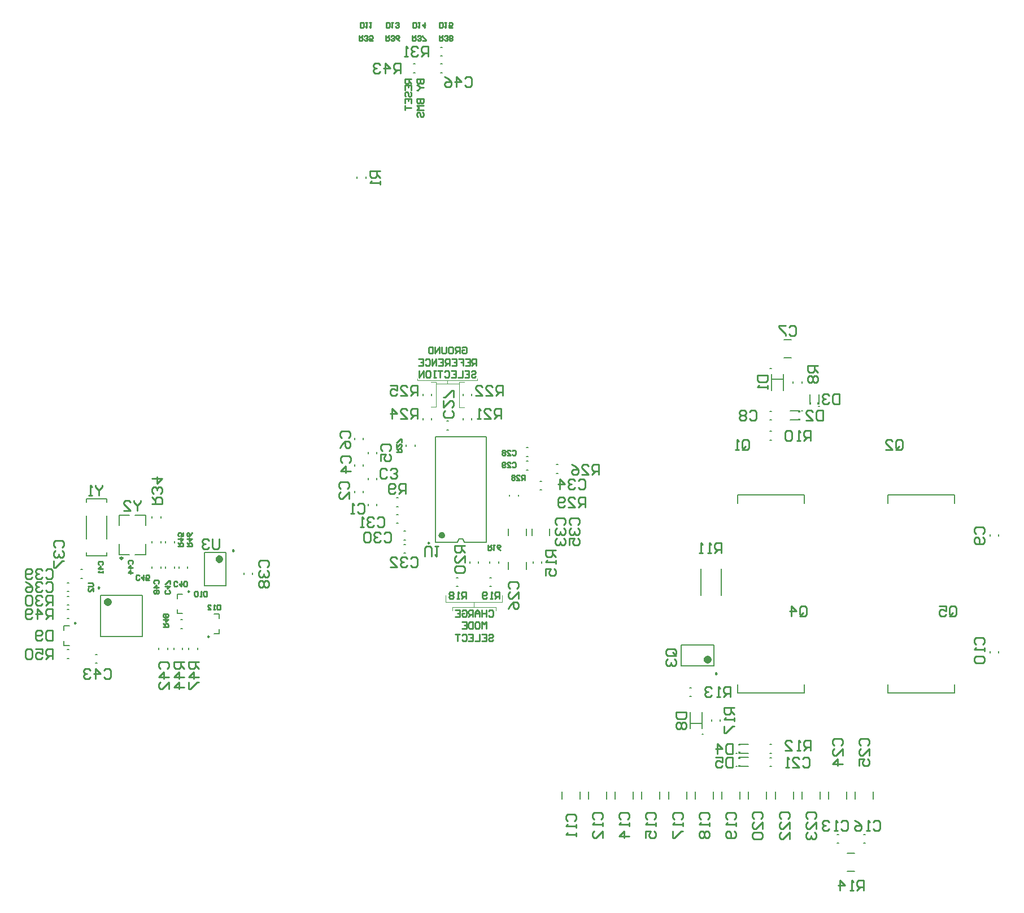
<source format=gbo>
%FSTAX23Y23*%
%MOIN*%
%SFA1B1*%

%IPPOS*%
%ADD11C,0.009840*%
%ADD13C,0.010000*%
%ADD14C,0.007870*%
%ADD15C,0.005910*%
%ADD55C,0.019680*%
%ADD116C,0.023620*%
%ADD117C,0.011810*%
%ADD118C,0.003940*%
%ADD119C,0.008000*%
%ADD120R,0.008860X0.012800*%
%ADD121R,0.008860X0.012800*%
%ADD122R,0.012800X0.008860*%
%LNpcb1-1*%
%LPD*%
G54D11*
X03889Y02319D02*
X03882Y02323D01*
Y02315*
X03889Y02319*
X02736Y02273D02*
X02728Y02277D01*
Y02268*
X02736Y02273*
X02589Y01764D02*
X02582Y01769D01*
Y0176*
X02589Y01764*
X02471Y02032D02*
X02464Y02036D01*
Y02028*
X02471Y02032*
X01941Y02054D02*
X01934Y02058D01*
Y02049*
X01941Y02054*
X01802Y01845D02*
X01794Y01849D01*
Y01841*
X01802Y01845*
X05585Y01546D02*
X05578Y0155D01*
Y01542*
X05585Y01546*
G54D13*
X03783Y05059D02*
X03744D01*
Y05039*
X0375Y05033*
X03764*
X0377Y05039*
Y05059*
Y05046D02*
X03783Y05033D01*
X03744Y04993D02*
Y0502D01*
X03783*
Y04993*
X03764Y0502D02*
Y05007D01*
X0375Y04954D02*
X03744Y04961D01*
Y04974*
X0375Y0498*
X03757*
X03764Y04974*
Y04961*
X0377Y04954*
X03777*
X03783Y04961*
Y04974*
X03777Y0498*
X03744Y04915D02*
Y04941D01*
X03783*
Y04915*
X03764Y04941D02*
Y04928D01*
X03744Y04902D02*
Y04875D01*
Y04888*
X03783*
X03815Y05059D02*
X03854D01*
Y05039*
X03848Y05033*
X03841*
X03835Y05039*
Y05059*
Y05039*
X03828Y05033*
X03822*
X03815Y05039*
Y05059*
Y0502D02*
X03822D01*
X03835Y05007*
X03822Y04993*
X03815*
X03835Y05007D02*
X03854D01*
X03815Y04941D02*
X03854D01*
Y04921*
X03848Y04915*
X03841*
X03835Y04921*
Y04941*
Y04921*
X03828Y04915*
X03822*
X03815Y04921*
Y04941*
X03854Y04902D02*
X03815D01*
X03828Y04888*
X03815Y04875*
X03854*
X03822Y04836D02*
X03815Y04843D01*
Y04856*
X03822Y04862*
X03828*
X03835Y04856*
Y04843*
X03841Y04836*
X03848*
X03854Y04843*
Y04856*
X03848Y04862*
X04238Y01915D02*
X04245Y01921D01*
X04258*
X04265Y01915*
Y01888*
X04258Y01882*
X04245*
X04238Y01888*
X04225Y01921D02*
Y01882D01*
Y01901*
X04199*
Y01921*
Y01882*
X04186D02*
Y01908D01*
X04173Y01921*
X0416Y01908*
Y01882*
Y01901*
X04186*
X04146Y01882D02*
Y01921D01*
X04127*
X0412Y01915*
Y01901*
X04127Y01895*
X04146*
X04133D02*
X0412Y01882D01*
X04081Y01915D02*
X04087Y01921D01*
X04101*
X04107Y01915*
Y01888*
X04101Y01882*
X04087*
X04081Y01888*
Y01901*
X04094*
X04042Y01921D02*
X04068D01*
Y01882*
X04042*
X04068Y01901D02*
X04055D01*
X04225Y01811D02*
Y0185D01*
X04212Y01837*
X04199Y0185*
Y01811*
X04166Y0185D02*
X04179D01*
X04186Y01843*
Y01817*
X04179Y01811*
X04166*
X0416Y01817*
Y01843*
X04166Y0185*
X04146D02*
Y01811D01*
X04127*
X0412Y01817*
Y01843*
X04127Y0185*
X04146*
X04081D02*
X04107D01*
Y01811*
X04081*
X04107Y0183D02*
X04094D01*
X04238Y01772D02*
X04245Y01779D01*
X04258*
X04265Y01772*
Y01766*
X04258Y01759*
X04245*
X04238Y01752*
Y01746*
X04245Y01739*
X04258*
X04265Y01746*
X04199Y01779D02*
X04225D01*
Y01739*
X04199*
X04225Y01759D02*
X04212D01*
X04186Y01779D02*
Y01739D01*
X0416*
X0412Y01779D02*
X04146D01*
Y01739*
X0412*
X04146Y01759D02*
X04133D01*
X04081Y01772D02*
X04087Y01779D01*
X04101*
X04107Y01772*
Y01746*
X04101Y01739*
X04087*
X04081Y01746*
X04068Y01779D02*
X04042D01*
X04055*
Y01739*
X04081Y0347D02*
X04087Y03476D01*
X04101*
X04107Y0347*
Y03443*
X04101Y03437*
X04087*
X04081Y03443*
Y03457*
X04094*
X04068Y03437D02*
Y03476D01*
X04048*
X04041Y0347*
Y03457*
X04048Y0345*
X04068*
X04055D02*
X04041Y03437D01*
X04009Y03476D02*
X04022D01*
X04028Y0347*
Y03443*
X04022Y03437*
X04009*
X04002Y03443*
Y0347*
X04009Y03476*
X03989D02*
Y03443D01*
X03982Y03437*
X03969*
X03963Y03443*
Y03476*
X0395Y03437D02*
Y03476D01*
X03923Y03437*
Y03476*
X0391D02*
Y03437D01*
X03891*
X03884Y03443*
Y0347*
X03891Y03476*
X0391*
X04166Y03366D02*
Y03405D01*
X04146*
X0414Y03398*
Y03385*
X04146Y03379*
X04166*
X04153D02*
X0414Y03366D01*
X04101Y03405D02*
X04127D01*
Y03366*
X04101*
X04127Y03385D02*
X04114D01*
X04061Y03405D02*
X04087D01*
Y03385*
X04074*
X04087*
Y03366*
X04022Y03405D02*
X04048D01*
Y03366*
X04022*
X04048Y03385D02*
X04035D01*
X04009Y03366D02*
Y03405D01*
X03989*
X03982Y03398*
Y03385*
X03989Y03379*
X04009*
X03996D02*
X03982Y03366D01*
X03943Y03405D02*
X03969D01*
Y03366*
X03943*
X03969Y03385D02*
X03956D01*
X0393Y03366D02*
Y03405D01*
X03904Y03366*
Y03405*
X03864Y03398D02*
X03871Y03405D01*
X03884*
X03891Y03398*
Y03372*
X03884Y03366*
X03871*
X03864Y03372*
X03825Y03405D02*
X03851D01*
Y03366*
X03825*
X03851Y03385D02*
X03838D01*
X04137Y03327D02*
X04143Y03334D01*
X04156*
X04163Y03327*
Y03321*
X04156Y03314*
X04143*
X04137Y03308*
Y03301*
X04143Y03294*
X04156*
X04163Y03301*
X04097Y03334D02*
X04123D01*
Y03294*
X04097*
X04123Y03314D02*
X0411D01*
X04084Y03334D02*
Y03294D01*
X04058*
X04019Y03334D02*
X04045D01*
Y03294*
X04019*
X04045Y03314D02*
X04032D01*
X03979Y03327D02*
X03986Y03334D01*
X03999*
X04005Y03327*
Y03301*
X03999Y03294*
X03986*
X03979Y03301*
X03966Y03334D02*
X0394D01*
X03953*
Y03294*
X03927Y03334D02*
X03914D01*
X0392*
Y03294*
X03927*
X03914*
X03874Y03334D02*
X03887D01*
X03894Y03327*
Y03301*
X03887Y03294*
X03874*
X03868Y03301*
Y03327*
X03874Y03334*
X03855Y03294D02*
Y03334D01*
X03828Y03294*
Y03334*
X02185Y02569D02*
Y02559D01*
X02165Y02539*
X02145Y02559*
Y02569*
X02165Y02539D02*
Y02509D01*
X02085D02*
X02125D01*
X02085Y02549*
Y02559*
X02095Y02569*
X02115*
X02125Y02559*
X01959Y02657D02*
Y02647D01*
X01939Y02627*
X01919Y02647*
Y02657*
X01939Y02627D02*
Y02597D01*
X01899D02*
X01879D01*
X01889*
Y02657*
X01899Y02647*
X02648Y02342D02*
Y02293D01*
X02638Y02283*
X02618*
X02608Y02293*
Y02342*
X02588Y02332D02*
X02578Y02342D01*
X02558*
X02548Y02332*
Y02322*
X02558Y02312*
X02568*
X02558*
X02548Y02302*
Y02293*
X02558Y02283*
X02578*
X02588Y02293*
X01875Y02081D02*
X01899D01*
X01904Y02076*
Y02066*
X01899Y02062*
X01875*
X01904Y02032D02*
Y02052D01*
X01884Y02032*
X01879*
X01875Y02037*
Y02047*
X01879Y02052*
X03861Y02237D02*
Y02287D01*
X03871Y02297*
X03891*
X03901Y02287*
Y02237*
X03921Y02297D02*
X03941D01*
X03931*
Y02237*
X03921Y02247*
X01664Y01633D02*
Y01693D01*
X01634*
X01624Y01683*
Y01663*
X01634Y01653*
X01664*
X01644D02*
X01624Y01633D01*
X01564Y01693D02*
X01604D01*
Y01663*
X01584Y01673*
X01574*
X01564Y01663*
Y01643*
X01574Y01633*
X01594*
X01604Y01643*
X01544Y01683D02*
X01534Y01693D01*
X01514*
X01504Y01683*
Y01643*
X01514Y01633*
X01534*
X01544Y01643*
Y01683*
X01664Y01869D02*
Y01929D01*
X01634*
X01624Y01919*
Y01899*
X01634Y01889*
X01664*
X01644D02*
X01624Y01869D01*
X01574D02*
Y01929D01*
X01604Y01899*
X01564*
X01544Y01879D02*
X01534Y01869D01*
X01514*
X01504Y01879*
Y01919*
X01514Y01929*
X01534*
X01544Y01919*
Y01909*
X01534Y01899*
X01504*
X02317Y0182D02*
X02347D01*
Y01835*
X02342Y0184*
X02332*
X02327Y01835*
Y0182*
Y0183D02*
X02317Y0184D01*
Y01865D02*
X02347D01*
X02332Y0185*
Y0187*
X02342Y01879D02*
X02347Y01884D01*
Y01894*
X02342Y01899*
X02337*
X02332Y01894*
X02327Y01899*
X02322*
X02317Y01894*
Y01884*
X02322Y01879*
X02327*
X02332Y01884*
X02337Y01879*
X02342*
X02332Y01884D02*
Y01894D01*
X02529Y01615D02*
X0247D01*
Y01585*
X0248Y01575*
X025*
X0251Y01585*
Y01615*
Y01595D02*
X02529Y01575D01*
Y01525D02*
X0247D01*
X025Y01555*
Y01515*
X0247Y01495D02*
Y01455D01*
X0248*
X02519Y01495*
X02529*
X02457Y02299D02*
X02487D01*
Y02313*
X02482Y02318*
X02472*
X02467Y02313*
Y02299*
Y02309D02*
X02457Y02318D01*
Y02343D02*
X02487D01*
X02472Y02328*
Y02348*
X02487Y02377D02*
X02482Y02368D01*
X02472Y02358*
X02462*
X02457Y02363*
Y02373*
X02462Y02377*
X02467*
X02472Y02373*
Y02358*
X02406Y02299D02*
X02436D01*
Y02313*
X02431Y02318*
X02421*
X02416Y02313*
Y02299*
Y02309D02*
X02406Y02318D01*
Y02343D02*
X02436D01*
X02421Y02328*
Y02348*
X02436Y02377D02*
Y02358D01*
X02421*
X02426Y02368*
Y02373*
X02421Y02377*
X02411*
X02406Y02373*
Y02363*
X02411Y02358*
X02441Y01615D02*
X02381D01*
Y01585*
X02391Y01575*
X02411*
X02421Y01585*
Y01615*
Y01595D02*
X02441Y01575D01*
Y01525D02*
X02381D01*
X02411Y01555*
Y01515*
X02441Y01465D02*
X02381D01*
X02411Y01495*
Y01455*
X03717Y05091D02*
Y05151D01*
X03687*
X03677Y05141*
Y05121*
X03687Y05111*
X03717*
X03697D02*
X03677Y05091D01*
X03627D02*
Y05151D01*
X03657Y05121*
X03617*
X03597Y05141D02*
X03587Y05151D01*
X03567*
X03557Y05141*
Y05131*
X03567Y05121*
X03577*
X03567*
X03557Y05111*
Y05101*
X03567Y05091*
X03587*
X03597Y05101*
X03947Y05314D02*
Y05285D01*
X03962*
X03967Y0529*
Y05299*
X03962Y05304*
X03947*
X03957D02*
X03967Y05314D01*
X03977Y0529D02*
X03982Y05285D01*
X03992*
X03997Y0529*
Y05295*
X03992Y05299*
X03987*
X03992*
X03997Y05304*
Y05309*
X03992Y05314*
X03982*
X03977Y05309*
X04006Y0529D02*
X04011Y05285D01*
X04021*
X04026Y0529*
Y05295*
X04021Y05299*
X04026Y05304*
Y05309*
X04021Y05314*
X04011*
X04006Y05309*
Y05304*
X04011Y05299*
X04006Y05295*
Y0529*
X04011Y05299D02*
X04021D01*
X0379Y05314D02*
Y05285D01*
X03805*
X0381Y0529*
Y05299*
X03805Y05304*
X0379*
X038D02*
X0381Y05314D01*
X03819Y0529D02*
X03824Y05285D01*
X03834*
X03839Y0529*
Y05295*
X03834Y05299*
X03829*
X03834*
X03839Y05304*
Y05309*
X03834Y05314*
X03824*
X03819Y05309*
X03849Y05285D02*
X03869D01*
Y0529*
X03849Y05309*
Y05314*
X03632D02*
Y05285D01*
X03647*
X03652Y0529*
Y05299*
X03647Y05304*
X03632*
X03642D02*
X03652Y05314D01*
X03662Y0529D02*
X03667Y05285D01*
X03677*
X03682Y0529*
Y05295*
X03677Y05299*
X03672*
X03677*
X03682Y05304*
Y05309*
X03677Y05314*
X03667*
X03662Y05309*
X03711Y05285D02*
X03701Y0529D01*
X03692Y05299*
Y05309*
X03696Y05314*
X03706*
X03711Y05309*
Y05304*
X03706Y05299*
X03692*
X03475Y05314D02*
Y05285D01*
X0349*
X03495Y0529*
Y05299*
X0349Y05304*
X03475*
X03485D02*
X03495Y05314D01*
X03505Y0529D02*
X03509Y05285D01*
X03519*
X03524Y0529*
Y05295*
X03519Y05299*
X03514*
X03519*
X03524Y05304*
Y05309*
X03519Y05314*
X03509*
X03505Y05309*
X03554Y05285D02*
X03534D01*
Y05299*
X03544Y05295*
X03549*
X03554Y05299*
Y05309*
X03549Y05314*
X03539*
X03534Y05309*
X02253Y02547D02*
X02313D01*
Y02577*
X02303Y02587*
X02283*
X02273Y02577*
Y02547*
Y02567D02*
X02253Y02587D01*
X02303Y02607D02*
X02313Y02617D01*
Y02637*
X02303Y02647*
X02293*
X02283Y02637*
Y02627*
Y02637*
X02273Y02647*
X02263*
X02253Y02637*
Y02617*
X02263Y02607*
X02253Y02697D02*
X02313D01*
X02283Y02667*
Y02707*
X03882Y0519D02*
Y0525D01*
X03852*
X03842Y0524*
Y0522*
X03852Y0521*
X03882*
X03862D02*
X03842Y0519D01*
X03822Y0524D02*
X03812Y0525D01*
X03792*
X03782Y0524*
Y0523*
X03792Y0522*
X03802*
X03792*
X03782Y0521*
Y052*
X03792Y0519*
X03812*
X03822Y052*
X03762Y0519D02*
X03742D01*
X03752*
Y0525*
X03762Y0524*
X01664Y01948D02*
Y02008D01*
X01634*
X01624Y01998*
Y01978*
X01634Y01968*
X01664*
X01644D02*
X01624Y01948D01*
X01604Y01998D02*
X01594Y02008D01*
X01574*
X01564Y01998*
Y01988*
X01574Y01978*
X01584*
X01574*
X01564Y01968*
Y01958*
X01574Y01948*
X01594*
X01604Y01958*
X01544Y01998D02*
X01534Y02008D01*
X01514*
X01504Y01998*
Y01958*
X01514Y01948*
X01534*
X01544Y01958*
Y01998*
X04808Y02529D02*
Y02589D01*
X04778*
X04768Y02579*
Y02559*
X04778Y02549*
X04808*
X04788D02*
X04768Y02529D01*
X04708D02*
X04748D01*
X04708Y02569*
Y02579*
X04718Y02589*
X04738*
X04748Y02579*
X04688Y02539D02*
X04678Y02529D01*
X04658*
X04648Y02539*
Y02579*
X04658Y02589*
X04678*
X04688Y02579*
Y02569*
X04678Y02559*
X04648*
X04452Y02689D02*
Y02719D01*
X04437*
X04433Y02714*
Y02704*
X04437Y02699*
X04452*
X04442D02*
X04433Y02689D01*
X04403D02*
X04423D01*
X04403Y02709*
Y02714*
X04408Y02719*
X04418*
X04423Y02714*
X04393D02*
X04388Y02719D01*
X04378*
X04374Y02714*
Y02709*
X04378Y02704*
X04374Y02699*
Y02694*
X04378Y02689*
X04388*
X04393Y02694*
Y02699*
X04388Y02704*
X04393Y02709*
Y02714*
X04388Y02704D02*
X04378D01*
X03695Y02854D02*
X03725D01*
Y02869*
X0372Y02874*
X0371*
X03705Y02869*
Y02854*
Y02864D02*
X03695Y02874D01*
Y02903D02*
Y02883D01*
X03715Y02903*
X0372*
X03725Y02898*
Y02888*
X0372Y02883*
X03725Y02913D02*
Y02933D01*
X0372*
X037Y02913*
X03695*
X04887Y02721D02*
Y02781D01*
X04857*
X04847Y02771*
Y02751*
X04857Y02741*
X04887*
X04867D02*
X04847Y02721D01*
X04787D02*
X04827D01*
X04787Y02761*
Y02771*
X04797Y02781*
X04817*
X04827Y02771*
X04727Y02781D02*
X04747Y02771D01*
X04767Y02751*
Y02731*
X04757Y02721*
X04737*
X04727Y02731*
Y02741*
X04737Y02751*
X04767*
X0382Y03188D02*
Y03248D01*
X0379*
X0378Y03238*
Y03218*
X0379Y03208*
X0382*
X038D02*
X0378Y03188D01*
X0372D02*
X0376D01*
X0372Y03228*
Y03238*
X0373Y03248*
X0375*
X0376Y03238*
X0366Y03248D02*
X037D01*
Y03218*
X0368Y03228*
X0367*
X0366Y03218*
Y03198*
X0367Y03188*
X0369*
X037Y03198*
X0382Y0305D02*
Y0311D01*
X0379*
X0378Y031*
Y0308*
X0379Y0307*
X0382*
X038D02*
X0378Y0305D01*
X0372D02*
X0376D01*
X0372Y0309*
Y031*
X0373Y0311*
X0375*
X0376Y031*
X0367Y0305D02*
Y0311D01*
X037Y0308*
X0366*
X04322Y03188D02*
Y03248D01*
X04292*
X04282Y03238*
Y03218*
X04292Y03208*
X04322*
X04302D02*
X04282Y03188D01*
X04222D02*
X04262D01*
X04222Y03228*
Y03238*
X04232Y03248*
X04252*
X04262Y03238*
X04162Y03188D02*
X04202D01*
X04162Y03228*
Y03238*
X04172Y03248*
X04192*
X04202Y03238*
X04312Y0305D02*
Y0311D01*
X04282*
X04272Y031*
Y0308*
X04282Y0307*
X04312*
X04292D02*
X04272Y0305D01*
X04212D02*
X04252D01*
X04212Y0309*
Y031*
X04222Y0311*
X04242*
X04252Y031*
X04192Y0305D02*
X04172D01*
X04182*
Y0311*
X04192Y031*
X041Y023D02*
X0404D01*
Y0227*
X0405Y0226*
X0407*
X0408Y0227*
Y023*
Y0228D02*
X041Y0226D01*
Y022D02*
Y0224D01*
X0406Y022*
X0405*
X0404Y0221*
Y0223*
X0405Y0224*
Y0218D02*
X0404Y0217D01*
Y0215*
X0405Y0214*
X0409*
X041Y0215*
Y0217*
X0409Y0218*
X0405*
X04301Y01988D02*
Y02027D01*
X04281*
X04274Y0202*
Y02007*
X04281Y02001*
X04301*
X04288D02*
X04274Y01988D01*
X04261D02*
X04248D01*
X04255*
Y02027*
X04261Y0202*
X04229Y01994D02*
X04222Y01988D01*
X04209*
X04202Y01994*
Y0202*
X04209Y02027*
X04222*
X04229Y0202*
Y02014*
X04222Y02007*
X04202*
X04104Y01988D02*
Y02027D01*
X04084*
X04078Y0202*
Y02007*
X04084Y02001*
X04104*
X04091D02*
X04078Y01988D01*
X04064D02*
X04051D01*
X04058*
Y02027*
X04064Y0202*
X04032D02*
X04025Y02027D01*
X04012*
X04005Y0202*
Y02014*
X04012Y02007*
X04005Y02001*
Y01994*
X04012Y01988*
X04025*
X04032Y01994*
Y02001*
X04025Y02007*
X04032Y02014*
Y0202*
X04025Y02007D02*
X04012D01*
X05689Y01344D02*
X05629D01*
Y01314*
X05639Y01304*
X05659*
X05669Y01314*
Y01344*
Y01324D02*
X05689Y01304D01*
Y01284D02*
Y01264D01*
Y01274*
X05629*
X05639Y01284*
X05629Y01234D02*
Y01194D01*
X05639*
X05679Y01234*
X05689*
X04234Y02306D02*
Y02276D01*
X04249*
X04254Y02281*
Y02291*
X04249Y02296*
X04234*
X04244D02*
X04254Y02306D01*
X04264D02*
X04274D01*
X04269*
Y02276*
X04264Y02281*
X04308Y02276D02*
X04298Y02281D01*
X04288Y02291*
Y02301*
X04293Y02306*
X04303*
X04308Y02301*
Y02296*
X04303Y02291*
X04288*
X04636Y02275D02*
X04576D01*
Y02245*
X04586Y02235*
X04606*
X04616Y02245*
Y02275*
Y02255D02*
X04636Y02235D01*
Y02215D02*
Y02195D01*
Y02205*
X04576*
X04586Y02215*
X04576Y02125D02*
Y02165D01*
X04606*
X04596Y02145*
Y02135*
X04606Y02125*
X04626*
X04636Y02135*
Y02155*
X04626Y02165*
X06452Y00265D02*
Y00325D01*
X06422*
X06412Y00315*
Y00295*
X06422Y00285*
X06452*
X06432D02*
X06412Y00265D01*
X06392D02*
X06372D01*
X06382*
Y00325*
X06392Y00315*
X06312Y00265D02*
Y00325D01*
X06342Y00295*
X06302*
X05665Y01407D02*
Y01467D01*
X05635*
X05625Y01457*
Y01437*
X05635Y01427*
X05665*
X05645D02*
X05625Y01407D01*
X05605D02*
X05585D01*
X05595*
Y01467*
X05605Y01457*
X05555D02*
X05545Y01467D01*
X05525*
X05515Y01457*
Y01447*
X05525Y01437*
X05535*
X05525*
X05515Y01427*
Y01417*
X05525Y01407*
X05545*
X05555Y01417*
X06137Y01092D02*
Y01152D01*
X06107*
X06097Y01142*
Y01122*
X06107Y01112*
X06137*
X06117D02*
X06097Y01092D01*
X06077D02*
X06057D01*
X06067*
Y01152*
X06077Y01142*
X05988Y01092D02*
X06028D01*
X05988Y01132*
Y01142*
X05998Y01152*
X06018*
X06028Y01142*
X05611Y02257D02*
Y02317D01*
X05581*
X05571Y02307*
Y02287*
X05581Y02277*
X05611*
X05591D02*
X05571Y02257D01*
X05551D02*
X05531D01*
X05541*
Y02317*
X05551Y02307*
X05501Y02257D02*
X05481D01*
X05491*
Y02317*
X05501Y02307*
X06137Y02922D02*
Y02982D01*
X06107*
X06097Y02972*
Y02952*
X06107Y02942*
X06137*
X06117D02*
X06097Y02922D01*
X06077D02*
X06057D01*
X06067*
Y02982*
X06077Y02972*
X06028D02*
X06018Y02982D01*
X05998*
X05988Y02972*
Y02932*
X05998Y02922*
X06018*
X06028Y02932*
Y02972*
X0375Y02607D02*
Y02667D01*
X0372*
X0371Y02657*
Y02637*
X0372Y02627*
X0375*
X0373D02*
X0371Y02607D01*
X0369Y02617D02*
X0368Y02607D01*
X0366*
X0365Y02617*
Y02657*
X0366Y02667*
X0368*
X0369Y02657*
Y02647*
X0368Y02637*
X0365*
X06181Y03366D02*
X06121D01*
Y03336*
X06131Y03326*
X06151*
X06161Y03336*
Y03366*
Y03346D02*
X06181Y03326D01*
X06131Y03306D02*
X06121Y03296D01*
Y03276*
X06131Y03266*
X06141*
X06151Y03276*
X06161Y03266*
X06171*
X06181Y03276*
Y03296*
X06171Y03306*
X06161*
X06151Y03296*
X06141Y03306*
X06131*
X06151Y03296D02*
Y03276D01*
X036Y04516D02*
X0354D01*
Y04486*
X0355Y04476*
X0357*
X0358Y04486*
Y04516*
Y04496D02*
X036Y04476D01*
Y04456D02*
Y04436D01*
Y04446*
X0354*
X0355Y04456*
X06959Y01894D02*
Y01934D01*
X06969Y01944*
X06989*
X06999Y01934*
Y01894*
X06989Y01884*
X06969*
X06979Y01904D02*
X06959Y01884D01*
X06969D02*
X06959Y01894D01*
X06899Y01944D02*
X06939D01*
Y01914*
X06919Y01924*
X06909*
X06899Y01914*
Y01894*
X06909Y01884*
X06929*
X06939Y01894*
X06074Y01895D02*
Y01935D01*
X06084Y01945*
X06104*
X06114Y01935*
Y01895*
X06104Y01885*
X06084*
X06094Y01905D02*
X06074Y01885D01*
X06084D02*
X06074Y01895D01*
X06024Y01885D02*
Y01945D01*
X06054Y01915*
X06014*
X05334Y01653D02*
X05294D01*
X05284Y01663*
Y01683*
X05294Y01693*
X05334*
X05344Y01683*
Y01663*
X05324Y01673D02*
X05344Y01653D01*
Y01663D02*
X05334Y01653D01*
X05294Y01633D02*
X05284Y01623D01*
Y01603*
X05294Y01593*
X05304*
X05314Y01603*
Y01613*
Y01603*
X05324Y01593*
X05334*
X05344Y01603*
Y01623*
X05334Y01633*
X06641Y02877D02*
Y02917D01*
X06651Y02927*
X06671*
X06681Y02917*
Y02877*
X06671Y02867*
X06651*
X06661Y02887D02*
X06641Y02867D01*
X06651D02*
X06641Y02877D01*
X06581Y02867D02*
X06621D01*
X06581Y02907*
Y02917*
X06591Y02927*
X06611*
X06621Y02917*
X05736Y02877D02*
Y02917D01*
X05746Y02927*
X05766*
X05776Y02917*
Y02877*
X05766Y02867*
X05746*
X05756Y02887D02*
X05736Y02867D01*
X05746D02*
X05736Y02877D01*
X05716Y02867D02*
X05696D01*
X05706*
Y02927*
X05716Y02917*
X0395Y05363D02*
Y05393D01*
X03965*
X0397Y05388*
Y05368*
X03965Y05363*
X0395*
X03979Y05393D02*
X03989D01*
X03984*
Y05363*
X03979Y05368*
X04024Y05363D02*
X04004D01*
Y05378*
X04014Y05373*
X04019*
X04024Y05378*
Y05388*
X04019Y05393*
X04009*
X04004Y05388*
X03792Y05363D02*
Y05393D01*
X03807*
X03812Y05388*
Y05368*
X03807Y05363*
X03792*
X03822Y05393D02*
X03832D01*
X03827*
Y05363*
X03822Y05368*
X03861Y05393D02*
Y05363D01*
X03847Y05378*
X03866*
X03635Y05363D02*
Y05393D01*
X0365*
X03655Y05388*
Y05368*
X0365Y05363*
X03635*
X03664Y05393D02*
X03674D01*
X03669*
Y05363*
X03664Y05368*
X03689D02*
X03694Y05363D01*
X03704*
X03709Y05368*
Y05373*
X03704Y05378*
X03699*
X03704*
X03709Y05383*
Y05388*
X03704Y05393*
X03694*
X03689Y05388*
X02655Y01953D02*
Y01924D01*
X0264*
X02635Y01929*
Y01948*
X0264Y01953*
X02655*
X02625Y01924D02*
X02615D01*
X0262*
Y01953*
X02625Y01948*
X02581Y01924D02*
X026D01*
X02581Y01943*
Y01948*
X02586Y01953*
X02595*
X026Y01948*
X03482Y05363D02*
Y05393D01*
X03497*
X03502Y05388*
Y05368*
X03497Y05363*
X03482*
X03512Y05393D02*
X03522D01*
X03517*
Y05363*
X03512Y05368*
X03536Y05393D02*
X03546D01*
X03541*
Y05363*
X03536Y05368*
X02576Y02032D02*
Y02002D01*
X02561*
X02556Y02007*
Y02027*
X02561Y02032*
X02576*
X02546Y02002D02*
X02536D01*
X02541*
Y02032*
X02546Y02027*
X02522D02*
X02517Y02032D01*
X02507*
X02502Y02027*
Y02007*
X02507Y02002*
X02517*
X02522Y02007*
Y02027*
X01664Y01801D02*
Y01741D01*
X01634*
X01624Y01751*
Y01791*
X01634Y01801*
X01664*
X01604Y01751D02*
X01594Y01741D01*
X01574*
X01564Y01751*
Y01791*
X01574Y01801*
X01594*
X01604Y01791*
Y01781*
X01594Y01771*
X01564*
X05344Y01319D02*
X05404D01*
Y01289*
X05394Y01279*
X05354*
X05344Y01289*
Y01319*
X05354Y01259D02*
X05344Y01249D01*
Y01229*
X05354Y01219*
X05364*
X05374Y01229*
X05384Y01219*
X05394*
X05404Y01229*
Y01249*
X05394Y01259*
X05384*
X05374Y01249*
X05364Y01259*
X05354*
X05374Y01249D02*
Y01229D01*
X05679Y01053D02*
Y00993D01*
X05649*
X05639Y01003*
Y01043*
X05649Y01053*
X05679*
X05579D02*
X05619D01*
Y01023*
X05599Y01033*
X05589*
X05579Y01023*
Y01003*
X05589Y00993*
X05609*
X05619Y01003*
X05679Y01132D02*
Y01072D01*
X05649*
X05639Y01082*
Y01122*
X05649Y01132*
X05679*
X05589Y01072D02*
Y01132D01*
X05619Y01102*
X05579*
X06309Y03199D02*
Y03139D01*
X06279*
X06269Y03149*
Y03189*
X06279Y03199*
X06309*
X06249Y03189D02*
X06239Y03199D01*
X06219*
X06209Y03189*
Y03179*
X06219Y03169*
X06229*
X06219*
X06209Y03159*
Y03149*
X06219Y03139*
X06239*
X06249Y03149*
X06211Y031D02*
Y0304D01*
X06181*
X06171Y0305*
Y0309*
X06181Y031*
X06211*
X06111Y0304D02*
X06151D01*
X06111Y0308*
Y0309*
X06121Y031*
X06141*
X06151Y0309*
X05826Y03307D02*
X05886D01*
Y03277*
X05876Y03267*
X05836*
X05826Y03277*
Y03307*
X05886Y03247D02*
Y03227D01*
Y03237*
X05826*
X05836Y03247*
X02267Y02078D02*
X02262Y02083D01*
Y02093*
X02267Y02098*
X02287*
X02292Y02093*
Y02083*
X02287Y02078*
X02292Y02054D02*
X02262D01*
X02277Y02068*
Y02049*
X02267Y02039D02*
X02262Y02034D01*
Y02024*
X02267Y02019*
X02272*
X02277Y02024*
X02282Y02019*
X02287*
X02292Y02024*
Y02034*
X02287Y02039*
X02282*
X02277Y02034*
X02272Y02039*
X02267*
X02277Y02034D02*
Y02024D01*
X02352Y02037D02*
X02357Y02032D01*
Y02022*
X02352Y02017*
X02332*
X02327Y02022*
Y02032*
X02332Y02037*
X02327Y02062D02*
X02357D01*
X02342Y02047*
Y02066*
X02357Y02076D02*
Y02096D01*
X02352*
X02332Y02076*
X02327*
X041Y05063D02*
X0411Y05073D01*
X0413*
X0414Y05063*
Y05023*
X0413Y05013*
X0411*
X041Y05023*
X0405Y05013D02*
Y05073D01*
X0408Y05043*
X0404*
X0398Y05073D02*
X04Y05063D01*
X0402Y05043*
Y05023*
X0401Y05013*
X0399*
X0398Y05023*
Y05033*
X0399Y05043*
X0402*
X02177Y02104D02*
X02172Y02099D01*
X02162*
X02157Y02104*
Y02124*
X02162Y02128*
X02172*
X02177Y02124*
X02201Y02128D02*
Y02099D01*
X02187Y02114*
X02206*
X02236Y02099D02*
X02216D01*
Y02114*
X02226Y02109*
X02231*
X02236Y02114*
Y02124*
X02231Y02128*
X02221*
X02216Y02124*
X01969Y01565D02*
X01979Y01575D01*
X01999*
X02009Y01565*
Y01525*
X01999Y01515*
X01979*
X01969Y01525*
X01919Y01515D02*
Y01575D01*
X01949Y01545*
X01909*
X01889Y01565D02*
X01879Y01575D01*
X01859*
X01849Y01565*
Y01555*
X01859Y01545*
X01869*
X01859*
X01849Y01535*
Y01525*
X01859Y01515*
X01879*
X01889Y01525*
X02302Y01575D02*
X02292Y01585D01*
Y01605*
X02302Y01615*
X02342*
X02352Y01605*
Y01585*
X02342Y01575*
X02352Y01525D02*
X02292D01*
X02322Y01555*
Y01515*
X02352Y01455D02*
Y01495D01*
X02312Y01455*
X02302*
X02292Y01465*
Y01485*
X02302Y01495*
X02401Y02066D02*
X02396Y02062D01*
X02386*
X02381Y02066*
Y02086*
X02386Y02091*
X02396*
X02401Y02086*
X02426Y02091D02*
Y02062D01*
X02411Y02076*
X02431*
X0244Y02066D02*
X02445Y02062D01*
X02455*
X0246Y02066*
Y02086*
X02455Y02091*
X02445*
X0244Y02086*
Y02066*
X01624Y02155D02*
X01634Y02165D01*
X01654*
X01664Y02155*
Y02115*
X01654Y02105*
X01634*
X01624Y02115*
X01604Y02155D02*
X01594Y02165D01*
X01574*
X01564Y02155*
Y02145*
X01574Y02135*
X01584*
X01574*
X01564Y02125*
Y02115*
X01574Y02105*
X01594*
X01604Y02115*
X01544D02*
X01534Y02105D01*
X01514*
X01504Y02115*
Y02155*
X01514Y02165*
X01534*
X01544Y02155*
Y02145*
X01534Y02135*
X01504*
X02893Y02175D02*
X02883Y02185D01*
Y02205*
X02893Y02215*
X02933*
X02943Y02205*
Y02185*
X02933Y02175*
X02893Y02155D02*
X02883Y02145D01*
Y02125*
X02893Y02115*
X02903*
X02913Y02125*
Y02135*
Y02125*
X02923Y02115*
X02933*
X02943Y02125*
Y02145*
X02933Y02155*
X02893Y02095D02*
X02883Y02085D01*
Y02065*
X02893Y02055*
X02903*
X02913Y02065*
X02923Y02055*
X02933*
X02943Y02065*
Y02085*
X02933Y02095*
X02923*
X02913Y02085*
X02903Y02095*
X02893*
X02913Y02085D02*
Y02065D01*
X01682Y02293D02*
X01672Y02303D01*
Y02323*
X01682Y02333*
X01722*
X01732Y02323*
Y02303*
X01722Y02293*
X01682Y02273D02*
X01672Y02263D01*
Y02243*
X01682Y02233*
X01692*
X01702Y02243*
Y02253*
Y02243*
X01712Y02233*
X01722*
X01732Y02243*
Y02263*
X01722Y02273*
X01672Y02213D02*
Y02173D01*
X01682*
X01722Y02213*
X01732*
X01624Y02077D02*
X01634Y02087D01*
X01654*
X01664Y02077*
Y02037*
X01654Y02027*
X01634*
X01624Y02037*
X01604Y02077D02*
X01594Y02087D01*
X01574*
X01564Y02077*
Y02067*
X01574Y02057*
X01584*
X01574*
X01564Y02047*
Y02037*
X01574Y02027*
X01594*
X01604Y02037*
X01504Y02087D02*
X01524Y02077D01*
X01544Y02057*
Y02037*
X01534Y02027*
X01514*
X01504Y02037*
Y02047*
X01514Y02057*
X01544*
X04724Y02425D02*
X04714Y02435D01*
Y02455*
X04724Y02465*
X04764*
X04774Y02455*
Y02435*
X04764Y02425*
X04724Y02405D02*
X04714Y02395D01*
Y02375*
X04724Y02365*
X04734*
X04744Y02375*
Y02385*
Y02375*
X04754Y02365*
X04764*
X04774Y02375*
Y02395*
X04764Y02405*
X04714Y02305D02*
Y02345D01*
X04744*
X04734Y02325*
Y02315*
X04744Y02305*
X04764*
X04774Y02315*
Y02335*
X04764Y02345*
X04768Y02685D02*
X04778Y02695D01*
X04798*
X04808Y02685*
Y02645*
X04798Y02635*
X04778*
X04768Y02645*
X04748Y02685D02*
X04738Y02695D01*
X04718*
X04708Y02685*
Y02675*
X04718Y02665*
X04728*
X04718*
X04708Y02655*
Y02645*
X04718Y02635*
X04738*
X04748Y02645*
X04658Y02635D02*
Y02695D01*
X04688Y02665*
X04648*
X04641Y02425D02*
X04631Y02435D01*
Y02455*
X04641Y02465*
X04681*
X04691Y02455*
Y02435*
X04681Y02425*
X04641Y02405D02*
X04631Y02395D01*
Y02375*
X04641Y02365*
X04651*
X04661Y02375*
Y02385*
Y02375*
X04671Y02365*
X04681*
X04691Y02375*
Y02395*
X04681Y02405*
X04641Y02345D02*
X04631Y02335D01*
Y02315*
X04641Y02305*
X04651*
X04661Y02315*
Y02325*
Y02315*
X04671Y02305*
X04681*
X04691Y02315*
Y02335*
X04681Y02345*
X0378Y02224D02*
X0379Y02234D01*
X0381*
X0382Y02224*
Y02184*
X0381Y02174*
X0379*
X0378Y02184*
X0376Y02224D02*
X0375Y02234D01*
X0373*
X0372Y02224*
Y02214*
X0373Y02204*
X0374*
X0373*
X0372Y02194*
Y02184*
X0373Y02174*
X0375*
X0376Y02184*
X0366Y02174D02*
X037D01*
X0366Y02214*
Y02224*
X0367Y02234*
X0369*
X037Y02224*
X03583Y0246D02*
X03593Y0247D01*
X03613*
X03623Y0246*
Y0242*
X03613Y0241*
X03593*
X03583Y0242*
X03563Y0246D02*
X03553Y0247D01*
X03533*
X03523Y0246*
Y0245*
X03533Y0244*
X03543*
X03533*
X03523Y0243*
Y0242*
X03533Y0241*
X03553*
X03563Y0242*
X03503Y0241D02*
X03483D01*
X03493*
Y0247*
X03503Y0246*
X03622Y02372D02*
X03632Y02382D01*
X03652*
X03662Y02372*
Y02332*
X03652Y02322*
X03632*
X03622Y02332*
X03602Y02372D02*
X03592Y02382D01*
X03572*
X03562Y02372*
Y02362*
X03572Y02352*
X03582*
X03572*
X03562Y02342*
Y02332*
X03572Y02322*
X03592*
X03602Y02332*
X03542Y02372D02*
X03532Y02382D01*
X03512*
X03502Y02372*
Y02332*
X03512Y02322*
X03532*
X03542Y02332*
Y02372*
X04377Y02789D02*
X04382Y02794D01*
X04392*
X04397Y02789*
Y02769*
X04392Y02764*
X04382*
X04377Y02769*
X04348Y02764D02*
X04368D01*
X04348Y02784*
Y02789*
X04353Y02794*
X04363*
X04368Y02789*
X04338Y02769D02*
X04333Y02764D01*
X04323*
X04318Y02769*
Y02789*
X04323Y02794*
X04333*
X04338Y02789*
Y02784*
X04333Y02779*
X04318*
X04377Y0286D02*
X04382Y02865D01*
X04392*
X04397Y0286*
Y0284*
X04392Y02835*
X04382*
X04377Y0284*
X04348Y02835D02*
X04368D01*
X04348Y02855*
Y0286*
X04353Y02865*
X04363*
X04368Y0286*
X04338D02*
X04333Y02865D01*
X04323*
X04318Y0286*
Y02855*
X04323Y0285*
X04318Y02845*
Y0284*
X04323Y02835*
X04333*
X04338Y0284*
Y02845*
X04333Y0285*
X04338Y02855*
Y0286*
X04333Y0285D02*
X04323D01*
X04023Y03097D02*
X04033Y03087D01*
Y03067*
X04023Y03057*
X03983*
X03973Y03067*
Y03087*
X03983Y03097*
X03973Y03157D02*
Y03117D01*
X04013Y03157*
X04023*
X04033Y03147*
Y03127*
X04023Y03117*
X04033Y03177D02*
Y03217D01*
X04023*
X03983Y03177*
X03973*
X04365Y02047D02*
X04355Y02057D01*
Y02077*
X04365Y02087*
X04405*
X04415Y02077*
Y02057*
X04405Y02047*
X04415Y01987D02*
Y02027D01*
X04375Y01987*
X04365*
X04355Y01997*
Y02017*
X04365Y02027*
X04355Y01927D02*
X04365Y01947D01*
X04385Y01967*
X04405*
X04415Y01957*
Y01937*
X04405Y01927*
X04395*
X04385Y01937*
Y01967*
X06436Y01122D02*
X06426Y01132D01*
Y01152*
X06436Y01162*
X06476*
X06486Y01152*
Y01132*
X06476Y01122*
X06486Y01062D02*
Y01102D01*
X06446Y01062*
X06436*
X06426Y01072*
Y01092*
X06436Y01102*
X06426Y01002D02*
Y01042D01*
X06456*
X06446Y01022*
Y01012*
X06456Y01002*
X06476*
X06486Y01012*
Y01032*
X06476Y01042*
X06279Y01122D02*
X06269Y01132D01*
Y01152*
X06279Y01162*
X06319*
X06329Y01152*
Y01132*
X06319Y01122*
X06329Y01062D02*
Y01102D01*
X06289Y01062*
X06279*
X06269Y01072*
Y01092*
X06279Y01102*
X06329Y01012D02*
X06269D01*
X06299Y01042*
Y01002*
X06121Y00689D02*
X06111Y00699D01*
Y00719*
X06121Y00729*
X06161*
X06171Y00719*
Y00699*
X06161Y00689*
X06171Y00629D02*
Y00669D01*
X06131Y00629*
X06121*
X06111Y00639*
Y00659*
X06121Y00669*
Y00609D02*
X06111Y00599D01*
Y00579*
X06121Y00569*
X06131*
X06141Y00579*
Y00589*
Y00579*
X06151Y00569*
X06161*
X06171Y00579*
Y00599*
X06161Y00609*
X05964Y00689D02*
X05954Y00699D01*
Y00719*
X05964Y00729*
X06004*
X06014Y00719*
Y00699*
X06004Y00689*
X06014Y00629D02*
Y00669D01*
X05974Y00629*
X05964*
X05954Y00639*
Y00659*
X05964Y00669*
X06014Y00569D02*
Y00609D01*
X05974Y00569*
X05964*
X05954Y00579*
Y00599*
X05964Y00609*
X06092Y01043D02*
X06102Y01053D01*
X06122*
X06132Y01043*
Y01003*
X06122Y00993*
X06102*
X06092Y01003*
X06033Y00993D02*
X06072D01*
X06033Y01033*
Y01043*
X06043Y01053*
X06062*
X06072Y01043*
X06013Y00993D02*
X05993D01*
X06003*
Y01053*
X06013Y01043*
X05806Y00689D02*
X05796Y00699D01*
Y00719*
X05806Y00729*
X05846*
X05856Y00719*
Y00699*
X05846Y00689*
X05856Y00629D02*
Y00669D01*
X05816Y00629*
X05806*
X05796Y00639*
Y00659*
X05806Y00669*
Y00609D02*
X05796Y00599D01*
Y00579*
X05806Y00569*
X05846*
X05856Y00579*
Y00599*
X05846Y00609*
X05806*
X05649Y00684D02*
X05639Y00694D01*
Y00714*
X05649Y00724*
X05689*
X05699Y00714*
Y00694*
X05689Y00684*
X05699Y00664D02*
Y00644D01*
Y00654*
X05639*
X05649Y00664*
X05689Y00614D02*
X05699Y00604D01*
Y00584*
X05689Y00574*
X05649*
X05639Y00584*
Y00604*
X05649Y00614*
X05659*
X05669Y00604*
Y00574*
X05491Y00684D02*
X05481Y00694D01*
Y00714*
X05491Y00724*
X05531*
X05541Y00714*
Y00694*
X05531Y00684*
X05541Y00664D02*
Y00644D01*
Y00654*
X05481*
X05491Y00664*
Y00614D02*
X05481Y00604D01*
Y00584*
X05491Y00574*
X05501*
X05511Y00584*
X05521Y00574*
X05531*
X05541Y00584*
Y00604*
X05531Y00614*
X05521*
X05511Y00604*
X05501Y00614*
X05491*
X05511Y00604D02*
Y00584D01*
X05334Y00684D02*
X05324Y00694D01*
Y00714*
X05334Y00724*
X05374*
X05384Y00714*
Y00694*
X05374Y00684*
X05384Y00664D02*
Y00644D01*
Y00654*
X05324*
X05334Y00664*
X05324Y00614D02*
Y00574D01*
X05334*
X05374Y00614*
X05384*
X06507Y00669D02*
X06517Y00679D01*
X06537*
X06547Y00669*
Y00629*
X06537Y00619*
X06517*
X06507Y00629*
X06487Y00619D02*
X06467D01*
X06477*
Y00679*
X06487Y00669*
X06397Y00679D02*
X06417Y00669D01*
X06437Y00649*
Y00629*
X06427Y00619*
X06407*
X06397Y00629*
Y00639*
X06407Y00649*
X06437*
X05176Y00684D02*
X05166Y00694D01*
Y00714*
X05176Y00724*
X05216*
X05226Y00714*
Y00694*
X05216Y00684*
X05226Y00664D02*
Y00644D01*
Y00654*
X05166*
X05176Y00664*
X05166Y00574D02*
Y00614D01*
X05196*
X05186Y00594*
Y00584*
X05196Y00574*
X05216*
X05226Y00584*
Y00604*
X05216Y00614*
X05019Y00684D02*
X05009Y00694D01*
Y00714*
X05019Y00724*
X05059*
X05069Y00714*
Y00694*
X05059Y00684*
X05069Y00664D02*
Y00644D01*
Y00654*
X05009*
X05019Y00664*
X05069Y00584D02*
X05009D01*
X05039Y00614*
Y00574*
X06318Y00669D02*
X06328Y00679D01*
X06348*
X06358Y00669*
Y00629*
X06348Y00619*
X06328*
X06318Y00629*
X06298Y00619D02*
X06278D01*
X06288*
Y00679*
X06298Y00669*
X06248D02*
X06238Y00679D01*
X06218*
X06208Y00669*
Y00659*
X06218Y00649*
X06228*
X06218*
X06208Y00639*
Y00629*
X06218Y00619*
X06238*
X06248Y00629*
X04861Y00684D02*
X04851Y00694D01*
Y00714*
X04861Y00724*
X04901*
X04911Y00714*
Y00694*
X04901Y00684*
X04911Y00664D02*
Y00644D01*
Y00654*
X04851*
X04861Y00664*
X04911Y00574D02*
Y00614D01*
X04871Y00574*
X04861*
X04851Y00584*
Y00604*
X04861Y00614*
X04704Y00674D02*
X04694Y00684D01*
Y00704*
X04704Y00714*
X04744*
X04754Y00704*
Y00684*
X04744Y00674*
X04754Y00654D02*
Y00634D01*
Y00644*
X04694*
X04704Y00654*
X04754Y00604D02*
Y00584D01*
Y00594*
X04694*
X04704Y00604*
X07115Y01718D02*
X07105Y01728D01*
Y01748*
X07115Y01758*
X07155*
X07165Y01748*
Y01728*
X07155Y01718*
X07165Y01698D02*
Y01678D01*
Y01688*
X07105*
X07115Y01698*
Y01648D02*
X07105Y01638D01*
Y01618*
X07115Y01608*
X07155*
X07165Y01618*
Y01638*
X07155Y01648*
X07115*
Y02372D02*
X07105Y02382D01*
Y02402*
X07115Y02412*
X07155*
X07165Y02402*
Y02382*
X07155Y02372*
Y02352D02*
X07165Y02342D01*
Y02322*
X07155Y02312*
X07115*
X07105Y02322*
Y02342*
X07115Y02352*
X07125*
X07135Y02342*
Y02312*
X05777Y0309D02*
X05787Y031D01*
X05807*
X05817Y0309*
Y0305*
X05807Y0304*
X05787*
X05777Y0305*
X05757Y0309D02*
X05747Y031D01*
X05727*
X05717Y0309*
Y0308*
X05727Y0307*
X05717Y0306*
Y0305*
X05727Y0304*
X05747*
X05757Y0305*
Y0306*
X05747Y0307*
X05757Y0308*
Y0309*
X05747Y0307D02*
X05727D01*
X06013Y03592D02*
X06023Y03602D01*
X06043*
X06053Y03592*
Y03552*
X06043Y03542*
X06023*
X06013Y03552*
X05993Y03602D02*
X05953D01*
Y03592*
X05993Y03552*
Y03542*
X03373Y02939D02*
X03363Y02949D01*
Y02969*
X03373Y02979*
X03413*
X03423Y02969*
Y02949*
X03413Y02939*
X03363Y02879D02*
X03373Y02899D01*
X03393Y02919*
X03413*
X03423Y02909*
Y02889*
X03413Y02879*
X03403*
X03393Y02889*
Y02919*
X03613Y0286D02*
X03603Y0287D01*
Y0289*
X03613Y029*
X03653*
X03663Y0289*
Y0287*
X03653Y0286*
X03603Y028D02*
Y0284D01*
X03633*
X03623Y0282*
Y0281*
X03633Y028*
X03653*
X03663Y0281*
Y0283*
X03653Y0284*
X03374Y02791D02*
X03364Y02801D01*
Y02821*
X03374Y02831*
X03414*
X03424Y02821*
Y02801*
X03414Y02791*
X03424Y02741D02*
X03364D01*
X03394Y02771*
Y02731*
X03639Y02708D02*
X03629Y02698D01*
X03609*
X03599Y02708*
Y02748*
X03609Y02758*
X03629*
X03639Y02748*
X03659Y02708D02*
X03669Y02698D01*
X03689*
X03699Y02708*
Y02718*
X03689Y02728*
X03679*
X03689*
X03699Y02738*
Y02748*
X03689Y02758*
X03669*
X03659Y02748*
X03365Y02637D02*
X03355Y02647D01*
Y02667*
X03365Y02677*
X03405*
X03415Y02667*
Y02647*
X03405Y02637*
X03415Y02577D02*
Y02617D01*
X03375Y02577*
X03365*
X03355Y02587*
Y02607*
X03365Y02617*
X03464Y02543D02*
X03474Y02553D01*
X03494*
X03504Y02543*
Y02503*
X03494Y02493*
X03474*
X03464Y02503*
X03444Y02493D02*
X03424D01*
X03434*
Y02553*
X03444Y02543*
X02116Y02194D02*
X02111Y02199D01*
Y02209*
X02116Y02214*
X02135*
X0214Y02209*
Y02199*
X02135Y02194*
X0214Y0217D02*
X02111D01*
X02125Y02185*
Y02165*
X0214Y0214D02*
X02111D01*
X02125Y02155*
Y02135*
X01938Y02189D02*
X01934Y02194D01*
Y02204*
X01938Y02209*
X01958*
X01963Y02204*
Y02194*
X01958Y02189*
X01963Y02165D02*
X01934D01*
X01948Y0218*
Y0216*
X01963Y0215D02*
Y0214D01*
Y02145*
X01934*
X01938Y0215*
G54D14*
X04094Y02323D02*
X04091Y02333D01*
X04084Y0234*
X04074Y02342*
X04064Y0234*
X04057Y02333*
X04055Y02323*
X05908Y03347D02*
X059D01*
X05908*
X06191Y03124D02*
X06184D01*
X06191*
X06092Y03097D02*
X06084D01*
X06092*
X05506Y01189D02*
X05498D01*
X05506*
X05706Y01075D02*
X05698D01*
X05706*
Y00997D02*
X05698D01*
X05706*
X03851Y03187D02*
Y03197D01*
X03903Y03187D02*
Y03197D01*
X03527Y02846D02*
Y02856D01*
X03579Y02846D02*
Y02856D01*
X03527Y02691D02*
Y02701D01*
X03579Y02691D02*
Y02701D01*
X03695Y02585D02*
X03705D01*
X03695Y02533D02*
X03705D01*
X03527Y02537D02*
Y02547D01*
X03579Y02537D02*
Y02547D01*
X03695Y02486D02*
X03705D01*
X03695Y02434D02*
X03705D01*
X03738Y02388D02*
X03748D01*
X03738Y02336D02*
X03748D01*
X03738Y02309D02*
X03748D01*
X03738Y02257D02*
X03748D01*
X03448Y02616D02*
Y02626D01*
X035Y02616D02*
Y02626D01*
X03448Y0277D02*
Y0278D01*
X035Y0277D02*
Y0278D01*
X03448Y02928D02*
Y02938D01*
X035Y02928D02*
Y02938D01*
X03851Y03046D02*
Y03056D01*
X03903Y03046D02*
Y03056D01*
X04088Y03187D02*
Y03197D01*
X0414Y03187D02*
Y03197D01*
X03925Y02323D02*
X04055D01*
X04094D02*
X04224D01*
Y02945*
X03925D02*
X04224D01*
X03925Y02323D02*
Y02945D01*
X04088Y03046D02*
Y03056D01*
X0414Y03046D02*
Y03056D01*
X03991Y02985D02*
X04001D01*
X03991Y03037D02*
X04001D01*
X0464Y02781D02*
X0465D01*
X0464Y02729D02*
X0465D01*
X04463Y0288D02*
X04473D01*
X04463Y02828D02*
X04473D01*
X04463Y02801D02*
X04473D01*
X04463Y02749D02*
X04473D01*
X04416Y02594D02*
Y02602D01*
X04363Y02594D02*
Y02602D01*
X04542Y02683D02*
X04552D01*
X04542Y02631D02*
X04552D01*
X04356Y0236D02*
Y02403D01*
X04462Y0236D02*
Y02403D01*
X04494Y0236D02*
Y02403D01*
X046Y0236D02*
Y02403D01*
X04501Y02199D02*
Y02209D01*
X04553Y02199D02*
Y02209D01*
X04356Y02163D02*
Y02206D01*
X04462Y02163D02*
Y02206D01*
X04245Y02199D02*
Y02209D01*
X04297Y02199D02*
Y02209D01*
X04127Y02199D02*
Y02209D01*
X04179Y02199D02*
Y02209D01*
X04246Y02112D02*
X04256D01*
X04246Y0206D02*
X04256D01*
X0405Y02112D02*
X0406D01*
X0405Y0206D02*
X0406D01*
X02305Y02317D02*
Y02327D01*
X02253Y02317D02*
Y02327D01*
Y02169D02*
Y02179D01*
X02305Y02169D02*
Y02179D01*
X02561Y02066D02*
X02687D01*
X02561Y02262D02*
X02687D01*
X02561Y02066D02*
Y02262D01*
X02687Y02066D02*
Y02262D01*
X02846Y02133D02*
Y02143D01*
X02794Y02133D02*
Y02143D01*
X0247Y01687D02*
Y01697D01*
X02522Y01687D02*
Y01697D01*
X02381Y01687D02*
Y01697D01*
X02433Y01687D02*
Y01697D01*
X02292Y01687D02*
Y01697D01*
X02344Y01687D02*
Y01697D01*
X02422Y01865D02*
X02432D01*
X02422Y01813D02*
X02432D01*
X02649Y01871D02*
Y01897D01*
X02617D02*
X02649D01*
Y01782D02*
Y01808D01*
X02617Y01782D02*
X02649D01*
X02401Y019D02*
Y01926D01*
Y019D02*
X02433D01*
X02401Y01989D02*
Y02015D01*
X02433*
X02384Y02169D02*
Y02179D01*
X02332Y02169D02*
Y02179D01*
X02411Y02169D02*
Y02179D01*
X02463Y02169D02*
Y02179D01*
X02332Y02317D02*
Y02327D01*
X02384Y02317D02*
Y02327D01*
X02253Y02464D02*
Y02474D01*
X02305Y02464D02*
Y02474D01*
X02057Y0242D02*
Y02481D01*
X02118*
X02214Y0242D02*
Y02481D01*
X02153D02*
X02214D01*
Y02249D02*
Y0231D01*
X02153Y02249D02*
X02214D01*
X02057D02*
Y0231D01*
Y02249D02*
X02118D01*
X02194Y01765D02*
Y02009D01*
X0195Y01765D02*
Y02009D01*
Y01765D02*
X02194D01*
X0195Y02009D02*
X02194D01*
X01831Y02109D02*
X01841D01*
X01831Y02161D02*
X01841D01*
X01752Y02082D02*
X01762D01*
X01752Y0203D02*
X01762D01*
X01752Y01951D02*
X01762D01*
X01752Y02003D02*
X01762D01*
X01752Y01872D02*
X01762D01*
X01752Y01924D02*
X01762D01*
X01732Y01713D02*
Y01739D01*
Y01713D02*
X01764D01*
X01732Y01802D02*
Y01828D01*
X01764*
X01752Y01636D02*
X01762D01*
X01752Y01688D02*
X01762D01*
X0192Y01659D02*
X0193D01*
X0192Y01607D02*
X0193D01*
X07198Y02357D02*
Y02367D01*
X0725Y02357D02*
Y02367D01*
X07198Y01668D02*
Y01678D01*
X0725Y01668D02*
Y01678D01*
X05982Y03517D02*
X06025D01*
X05982Y03411D02*
X06025D01*
X05909Y03218D02*
Y03316D01*
Y03285D02*
X0598D01*
Y03218D02*
Y03316D01*
X06088Y03262D02*
Y03272D01*
X06036Y03262D02*
Y03272D01*
X059Y03096D02*
X0591D01*
X059Y03044D02*
X0591D01*
X059Y02978D02*
X0591D01*
X059Y02926D02*
X0591D01*
X05374Y0159D02*
X0557D01*
X05374Y01716D02*
X0557D01*
Y0159D02*
Y01716D01*
X05374Y0159D02*
Y01716D01*
X05425Y01463D02*
X05435D01*
X05425Y01411D02*
X05435D01*
X05498Y0122D02*
Y01318D01*
X05427Y01251D02*
X05498D01*
X05427Y0122D02*
Y01318D01*
X05554Y01264D02*
Y01274D01*
X05606Y01264D02*
Y01274D01*
X059Y00997D02*
X0591D01*
X059Y01049D02*
X0591D01*
X059Y01076D02*
X0591D01*
X059Y01128D02*
X0591D01*
X04671Y00805D02*
Y00848D01*
X04777Y00805D02*
Y00848D01*
X04935Y00805D02*
Y00848D01*
X04828Y00805D02*
Y00848D01*
X05092Y00805D02*
Y00848D01*
X04986Y00805D02*
Y00848D01*
X0525Y00805D02*
Y00848D01*
X05143Y00805D02*
Y00848D01*
X05407Y00805D02*
Y00848D01*
X05301Y00805D02*
Y00848D01*
X05564Y00805D02*
Y00848D01*
X05458Y00805D02*
Y00848D01*
X05722Y00805D02*
Y00848D01*
X05616Y00805D02*
Y00848D01*
X05879Y00805D02*
Y00848D01*
X05773Y00805D02*
Y00848D01*
X06037Y00805D02*
Y00848D01*
X05931Y00805D02*
Y00848D01*
X06194Y00805D02*
Y00848D01*
X06088Y00805D02*
Y00848D01*
X06352Y00805D02*
Y00848D01*
X06246Y00805D02*
Y00848D01*
X06509Y00805D02*
Y00848D01*
X06403Y00805D02*
Y00848D01*
X06294Y00596D02*
X06304D01*
X06294Y00544D02*
X06304D01*
X06451Y00596D02*
X06461D01*
X06451Y00544D02*
X06461D01*
X06356Y00486D02*
X06399D01*
X06356Y00379D02*
X06399D01*
X03462Y04471D02*
Y04481D01*
X03514Y04471D02*
Y04481D01*
X03956Y05095D02*
X03966D01*
X03956Y05147D02*
X03966D01*
X03954Y05194D02*
X03964D01*
X03954Y05246D02*
X03964D01*
X03794Y05095D02*
X03804D01*
X03794Y05147D02*
X03804D01*
X03753Y02888D02*
Y02898D01*
X03805Y02888D02*
Y02898D01*
X05611Y02007D02*
Y02165D01*
X05491Y02007D02*
Y02165D01*
X05708Y01433D02*
Y01482D01*
Y01433D02*
X06101D01*
Y01482*
X06102Y02553D02*
Y02602D01*
X05709D02*
X06102D01*
X05709Y02553D02*
Y02602D01*
X06594Y01433D02*
Y01482D01*
Y01433D02*
X06987D01*
Y01482*
X06595Y02553D02*
Y02602D01*
X06988*
Y02553D02*
Y02602D01*
G54D15*
X06134Y03137D02*
Y03194D01*
X06187Y03137D02*
Y03194D01*
X06017Y03044D02*
X06074D01*
X06017Y03097D02*
X06074D01*
X05716Y01128D02*
X05773D01*
X05716Y01075D02*
X05773D01*
X05716Y0105D02*
X05773D01*
X05716Y00997D02*
X05773D01*
G54D55*
X03973Y02362D02*
X03968Y02371D01*
X03958*
X03953Y02362*
X03958Y02354*
X03968*
X03973Y02362*
G54D116*
X02659Y02223D02*
X02655Y02232D01*
X02645Y02235*
X02637Y02228*
Y02218*
X02645Y02212*
X02655Y02214*
X02659Y02223*
X02001Y0197D02*
X01997Y01979D01*
X01987Y01981*
X01979Y01975*
Y01965*
X01987Y01958*
X01997Y01961*
X02001Y0197*
X05543Y01629D02*
X05538Y01639D01*
X05528Y01641*
X0552Y01635*
Y01624*
X05528Y01618*
X05538Y0162*
X05543Y01629*
G54D117*
X02078Y02227D02*
X02072Y02233D01*
X02066Y02227*
X02072Y02221*
X02078Y02227*
G54D118*
X04281Y01919D02*
Y01938D01*
X04025D02*
X04281D01*
X04025Y01919D02*
Y01938D01*
X04153D02*
Y01968D01*
X0432D02*
Y02007D01*
X03986Y01968D02*
X0432D01*
X03986D02*
Y02007D01*
X03996Y03267D02*
Y03277D01*
X04173D02*
Y03287D01*
X03818Y03277D02*
X04173D01*
X03818D02*
Y03287D01*
X03996Y03258D02*
Y03267D01*
X03927Y03258D02*
X04064D01*
X04065Y03119D02*
X04094D01*
X04064Y0312D02*
X04065Y0312D01*
X04064Y0312D02*
Y03267D01*
X04094*
X03898Y0312D02*
X03927D01*
X03927Y0312*
Y03267*
X03897D02*
X03927D01*
G54D119*
X01925Y02577D02*
X01984D01*
X01866D02*
X01925D01*
X01984Y02558D02*
Y02577D01*
X01866Y02558D02*
Y02577D01*
Y02341D02*
Y02479D01*
X01984Y02341D02*
Y02479D01*
Y02243D02*
Y02262D01*
X01866Y02243D02*
X01984D01*
X01866D02*
Y02262D01*
G54D120*
X06139Y03141D03*
G54D121*
X06183Y03141D03*
G54D122*
X06071Y03048D03*
Y03093D03*
X05719Y01124D03*
Y0108D03*
Y01045D03*
Y01001D03*
M02*
</source>
